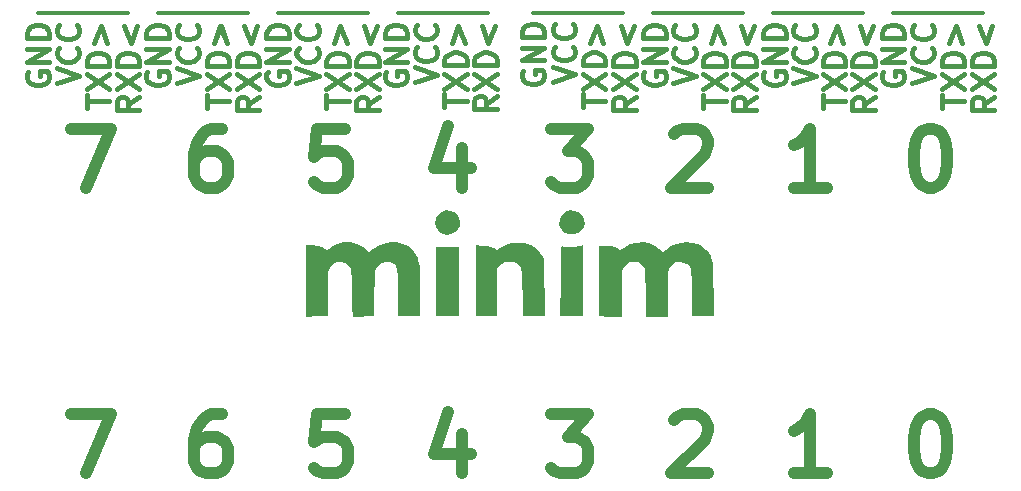
<source format=gto>
G04 #@! TF.GenerationSoftware,KiCad,Pcbnew,6.0.10-86aedd382b~118~ubuntu22.04.1*
G04 #@! TF.CreationDate,2023-01-22T17:09:23-08:00*
G04 #@! TF.ProjectId,ch348_octo_serial_minim_plate,63683334-385f-46f6-9374-6f5f73657269,rev?*
G04 #@! TF.SameCoordinates,Original*
G04 #@! TF.FileFunction,Legend,Top*
G04 #@! TF.FilePolarity,Positive*
%FSLAX46Y46*%
G04 Gerber Fmt 4.6, Leading zero omitted, Abs format (unit mm)*
G04 Created by KiCad (PCBNEW 6.0.10-86aedd382b~118~ubuntu22.04.1) date 2023-01-22 17:09:23*
%MOMM*%
%LPD*%
G01*
G04 APERTURE LIST*
%ADD10C,1.000000*%
%ADD11C,0.400000*%
%ADD12C,0.300000*%
G04 APERTURE END LIST*
D10*
X99000476Y-98311904D02*
X96619523Y-98311904D01*
X96381428Y-100692857D01*
X96619523Y-100454761D01*
X97095714Y-100216666D01*
X98286190Y-100216666D01*
X98762380Y-100454761D01*
X99000476Y-100692857D01*
X99238571Y-101169047D01*
X99238571Y-102359523D01*
X99000476Y-102835714D01*
X98762380Y-103073809D01*
X98286190Y-103311904D01*
X97095714Y-103311904D01*
X96619523Y-103073809D01*
X96381428Y-102835714D01*
X88602380Y-98311904D02*
X87650000Y-98311904D01*
X87173809Y-98550000D01*
X86935714Y-98788095D01*
X86459523Y-99502380D01*
X86221428Y-100454761D01*
X86221428Y-102359523D01*
X86459523Y-102835714D01*
X86697619Y-103073809D01*
X87173809Y-103311904D01*
X88126190Y-103311904D01*
X88602380Y-103073809D01*
X88840476Y-102835714D01*
X89078571Y-102359523D01*
X89078571Y-101169047D01*
X88840476Y-100692857D01*
X88602380Y-100454761D01*
X88126190Y-100216666D01*
X87173809Y-100216666D01*
X86697619Y-100454761D01*
X86459523Y-100692857D01*
X86221428Y-101169047D01*
X126861428Y-98788095D02*
X127099523Y-98550000D01*
X127575714Y-98311904D01*
X128766190Y-98311904D01*
X129242380Y-98550000D01*
X129480476Y-98788095D01*
X129718571Y-99264285D01*
X129718571Y-99740476D01*
X129480476Y-100454761D01*
X126623333Y-103311904D01*
X129718571Y-103311904D01*
X116463333Y-98311904D02*
X119558571Y-98311904D01*
X117891904Y-100216666D01*
X118606190Y-100216666D01*
X119082380Y-100454761D01*
X119320476Y-100692857D01*
X119558571Y-101169047D01*
X119558571Y-102359523D01*
X119320476Y-102835714D01*
X119082380Y-103073809D01*
X118606190Y-103311904D01*
X117177619Y-103311904D01*
X116701428Y-103073809D01*
X116463333Y-102835714D01*
X108922380Y-99978571D02*
X108922380Y-103311904D01*
X107731904Y-98073809D02*
X106541428Y-101645238D01*
X109636666Y-101645238D01*
X75823333Y-98311904D02*
X79156666Y-98311904D01*
X77013809Y-103311904D01*
X148311904Y-98311904D02*
X148788095Y-98311904D01*
X149264285Y-98550000D01*
X149502380Y-98788095D01*
X149740476Y-99264285D01*
X149978571Y-100216666D01*
X149978571Y-101407142D01*
X149740476Y-102359523D01*
X149502380Y-102835714D01*
X149264285Y-103073809D01*
X148788095Y-103311904D01*
X148311904Y-103311904D01*
X147835714Y-103073809D01*
X147597619Y-102835714D01*
X147359523Y-102359523D01*
X147121428Y-101407142D01*
X147121428Y-100216666D01*
X147359523Y-99264285D01*
X147597619Y-98788095D01*
X147835714Y-98550000D01*
X148311904Y-98311904D01*
X139818571Y-103311904D02*
X136961428Y-103311904D01*
X138390000Y-103311904D02*
X138390000Y-98311904D01*
X137913809Y-99026190D01*
X137437619Y-99502380D01*
X136961428Y-99740476D01*
D11*
X144530000Y-69352857D02*
X144439523Y-69533809D01*
X144439523Y-69805238D01*
X144530000Y-70076666D01*
X144710952Y-70257619D01*
X144891904Y-70348095D01*
X145253809Y-70438571D01*
X145525238Y-70438571D01*
X145887142Y-70348095D01*
X146068095Y-70257619D01*
X146249047Y-70076666D01*
X146339523Y-69805238D01*
X146339523Y-69624285D01*
X146249047Y-69352857D01*
X146158571Y-69262380D01*
X145525238Y-69262380D01*
X145525238Y-69624285D01*
X146339523Y-68448095D02*
X144439523Y-68448095D01*
X146339523Y-67362380D01*
X144439523Y-67362380D01*
X146339523Y-66457619D02*
X144439523Y-66457619D01*
X144439523Y-66005238D01*
X144530000Y-65733809D01*
X144710952Y-65552857D01*
X144891904Y-65462380D01*
X145253809Y-65371904D01*
X145525238Y-65371904D01*
X145887142Y-65462380D01*
X146068095Y-65552857D01*
X146249047Y-65733809D01*
X146339523Y-66005238D01*
X146339523Y-66457619D01*
X143849523Y-71433809D02*
X142944761Y-72067142D01*
X143849523Y-72519523D02*
X141949523Y-72519523D01*
X141949523Y-71795714D01*
X142040000Y-71614761D01*
X142130476Y-71524285D01*
X142311428Y-71433809D01*
X142582857Y-71433809D01*
X142763809Y-71524285D01*
X142854285Y-71614761D01*
X142944761Y-71795714D01*
X142944761Y-72519523D01*
X141949523Y-70800476D02*
X143849523Y-69533809D01*
X141949523Y-69533809D02*
X143849523Y-70800476D01*
X143849523Y-68810000D02*
X141949523Y-68810000D01*
X141949523Y-68357619D01*
X142040000Y-68086190D01*
X142220952Y-67905238D01*
X142401904Y-67814761D01*
X142763809Y-67724285D01*
X143035238Y-67724285D01*
X143397142Y-67814761D01*
X143578095Y-67905238D01*
X143759047Y-68086190D01*
X143849523Y-68357619D01*
X143849523Y-68810000D01*
X142582857Y-65462380D02*
X143125714Y-66910000D01*
X143668571Y-65462380D01*
X139449523Y-72338571D02*
X139449523Y-71252857D01*
X141349523Y-71795714D02*
X139449523Y-71795714D01*
X139449523Y-70800476D02*
X141349523Y-69533809D01*
X139449523Y-69533809D02*
X141349523Y-70800476D01*
X141349523Y-68810000D02*
X139449523Y-68810000D01*
X139449523Y-68357619D01*
X139540000Y-68086190D01*
X139720952Y-67905238D01*
X139901904Y-67814761D01*
X140263809Y-67724285D01*
X140535238Y-67724285D01*
X140897142Y-67814761D01*
X141078095Y-67905238D01*
X141259047Y-68086190D01*
X141349523Y-68357619D01*
X141349523Y-68810000D01*
X140082857Y-66910000D02*
X140625714Y-65462380D01*
X141168571Y-66910000D01*
X114060000Y-69252857D02*
X113969523Y-69433809D01*
X113969523Y-69705238D01*
X114060000Y-69976666D01*
X114240952Y-70157619D01*
X114421904Y-70248095D01*
X114783809Y-70338571D01*
X115055238Y-70338571D01*
X115417142Y-70248095D01*
X115598095Y-70157619D01*
X115779047Y-69976666D01*
X115869523Y-69705238D01*
X115869523Y-69524285D01*
X115779047Y-69252857D01*
X115688571Y-69162380D01*
X115055238Y-69162380D01*
X115055238Y-69524285D01*
X115869523Y-68348095D02*
X113969523Y-68348095D01*
X115869523Y-67262380D01*
X113969523Y-67262380D01*
X115869523Y-66357619D02*
X113969523Y-66357619D01*
X113969523Y-65905238D01*
X114060000Y-65633809D01*
X114240952Y-65452857D01*
X114421904Y-65362380D01*
X114783809Y-65271904D01*
X115055238Y-65271904D01*
X115417142Y-65362380D01*
X115598095Y-65452857D01*
X115779047Y-65633809D01*
X115869523Y-65905238D01*
X115869523Y-66357619D01*
X116569523Y-70157619D02*
X118469523Y-69524285D01*
X116569523Y-68890952D01*
X118288571Y-67171904D02*
X118379047Y-67262380D01*
X118469523Y-67533809D01*
X118469523Y-67714761D01*
X118379047Y-67986190D01*
X118198095Y-68167142D01*
X118017142Y-68257619D01*
X117655238Y-68348095D01*
X117383809Y-68348095D01*
X117021904Y-68257619D01*
X116840952Y-68167142D01*
X116660000Y-67986190D01*
X116569523Y-67714761D01*
X116569523Y-67533809D01*
X116660000Y-67262380D01*
X116750476Y-67171904D01*
X118288571Y-65271904D02*
X118379047Y-65362380D01*
X118469523Y-65633809D01*
X118469523Y-65814761D01*
X118379047Y-66086190D01*
X118198095Y-66267142D01*
X118017142Y-66357619D01*
X117655238Y-66448095D01*
X117383809Y-66448095D01*
X117021904Y-66357619D01*
X116840952Y-66267142D01*
X116660000Y-66086190D01*
X116569523Y-65814761D01*
X116569523Y-65633809D01*
X116660000Y-65362380D01*
X116750476Y-65271904D01*
X119119523Y-72288571D02*
X119119523Y-71202857D01*
X121019523Y-71745714D02*
X119119523Y-71745714D01*
X119119523Y-70750476D02*
X121019523Y-69483809D01*
X119119523Y-69483809D02*
X121019523Y-70750476D01*
X121019523Y-68760000D02*
X119119523Y-68760000D01*
X119119523Y-68307619D01*
X119210000Y-68036190D01*
X119390952Y-67855238D01*
X119571904Y-67764761D01*
X119933809Y-67674285D01*
X120205238Y-67674285D01*
X120567142Y-67764761D01*
X120748095Y-67855238D01*
X120929047Y-68036190D01*
X121019523Y-68307619D01*
X121019523Y-68760000D01*
X119752857Y-66860000D02*
X120295714Y-65412380D01*
X120838571Y-66860000D01*
X111839523Y-71383809D02*
X110934761Y-72017142D01*
X111839523Y-72469523D02*
X109939523Y-72469523D01*
X109939523Y-71745714D01*
X110030000Y-71564761D01*
X110120476Y-71474285D01*
X110301428Y-71383809D01*
X110572857Y-71383809D01*
X110753809Y-71474285D01*
X110844285Y-71564761D01*
X110934761Y-71745714D01*
X110934761Y-72469523D01*
X109939523Y-70750476D02*
X111839523Y-69483809D01*
X109939523Y-69483809D02*
X111839523Y-70750476D01*
X111839523Y-68760000D02*
X109939523Y-68760000D01*
X109939523Y-68307619D01*
X110030000Y-68036190D01*
X110210952Y-67855238D01*
X110391904Y-67764761D01*
X110753809Y-67674285D01*
X111025238Y-67674285D01*
X111387142Y-67764761D01*
X111568095Y-67855238D01*
X111749047Y-68036190D01*
X111839523Y-68307619D01*
X111839523Y-68760000D01*
X110572857Y-65412380D02*
X111115714Y-66860000D01*
X111658571Y-65412380D01*
X107399523Y-72288571D02*
X107399523Y-71202857D01*
X109299523Y-71745714D02*
X107399523Y-71745714D01*
X107399523Y-70750476D02*
X109299523Y-69483809D01*
X107399523Y-69483809D02*
X109299523Y-70750476D01*
X109299523Y-68760000D02*
X107399523Y-68760000D01*
X107399523Y-68307619D01*
X107490000Y-68036190D01*
X107670952Y-67855238D01*
X107851904Y-67764761D01*
X108213809Y-67674285D01*
X108485238Y-67674285D01*
X108847142Y-67764761D01*
X109028095Y-67855238D01*
X109209047Y-68036190D01*
X109299523Y-68307619D01*
X109299523Y-68760000D01*
X108032857Y-66860000D02*
X108575714Y-65412380D01*
X109118571Y-66860000D01*
X104872023Y-70207619D02*
X106772023Y-69574285D01*
X104872023Y-68940952D01*
X106591071Y-67221904D02*
X106681547Y-67312380D01*
X106772023Y-67583809D01*
X106772023Y-67764761D01*
X106681547Y-68036190D01*
X106500595Y-68217142D01*
X106319642Y-68307619D01*
X105957738Y-68398095D01*
X105686309Y-68398095D01*
X105324404Y-68307619D01*
X105143452Y-68217142D01*
X104962500Y-68036190D01*
X104872023Y-67764761D01*
X104872023Y-67583809D01*
X104962500Y-67312380D01*
X105052976Y-67221904D01*
X106591071Y-65321904D02*
X106681547Y-65412380D01*
X106772023Y-65683809D01*
X106772023Y-65864761D01*
X106681547Y-66136190D01*
X106500595Y-66317142D01*
X106319642Y-66407619D01*
X105957738Y-66498095D01*
X105686309Y-66498095D01*
X105324404Y-66407619D01*
X105143452Y-66317142D01*
X104962500Y-66136190D01*
X104872023Y-65864761D01*
X104872023Y-65683809D01*
X104962500Y-65412380D01*
X105052976Y-65321904D01*
X82260000Y-69352857D02*
X82169523Y-69533809D01*
X82169523Y-69805238D01*
X82260000Y-70076666D01*
X82440952Y-70257619D01*
X82621904Y-70348095D01*
X82983809Y-70438571D01*
X83255238Y-70438571D01*
X83617142Y-70348095D01*
X83798095Y-70257619D01*
X83979047Y-70076666D01*
X84069523Y-69805238D01*
X84069523Y-69624285D01*
X83979047Y-69352857D01*
X83888571Y-69262380D01*
X83255238Y-69262380D01*
X83255238Y-69624285D01*
X84069523Y-68448095D02*
X82169523Y-68448095D01*
X84069523Y-67362380D01*
X82169523Y-67362380D01*
X84069523Y-66457619D02*
X82169523Y-66457619D01*
X82169523Y-66005238D01*
X82260000Y-65733809D01*
X82440952Y-65552857D01*
X82621904Y-65462380D01*
X82983809Y-65371904D01*
X83255238Y-65371904D01*
X83617142Y-65462380D01*
X83798095Y-65552857D01*
X83979047Y-65733809D01*
X84069523Y-66005238D01*
X84069523Y-66457619D01*
X84719523Y-70257619D02*
X86619523Y-69624285D01*
X84719523Y-68990952D01*
X86438571Y-67271904D02*
X86529047Y-67362380D01*
X86619523Y-67633809D01*
X86619523Y-67814761D01*
X86529047Y-68086190D01*
X86348095Y-68267142D01*
X86167142Y-68357619D01*
X85805238Y-68448095D01*
X85533809Y-68448095D01*
X85171904Y-68357619D01*
X84990952Y-68267142D01*
X84810000Y-68086190D01*
X84719523Y-67814761D01*
X84719523Y-67633809D01*
X84810000Y-67362380D01*
X84900476Y-67271904D01*
X86438571Y-65371904D02*
X86529047Y-65462380D01*
X86619523Y-65733809D01*
X86619523Y-65914761D01*
X86529047Y-66186190D01*
X86348095Y-66367142D01*
X86167142Y-66457619D01*
X85805238Y-66548095D01*
X85533809Y-66548095D01*
X85171904Y-66457619D01*
X84990952Y-66367142D01*
X84810000Y-66186190D01*
X84719523Y-65914761D01*
X84719523Y-65733809D01*
X84810000Y-65462380D01*
X84900476Y-65371904D01*
X87259523Y-72338571D02*
X87259523Y-71252857D01*
X89159523Y-71795714D02*
X87259523Y-71795714D01*
X87259523Y-70800476D02*
X89159523Y-69533809D01*
X87259523Y-69533809D02*
X89159523Y-70800476D01*
X89159523Y-68810000D02*
X87259523Y-68810000D01*
X87259523Y-68357619D01*
X87350000Y-68086190D01*
X87530952Y-67905238D01*
X87711904Y-67814761D01*
X88073809Y-67724285D01*
X88345238Y-67724285D01*
X88707142Y-67814761D01*
X88888095Y-67905238D01*
X89069047Y-68086190D01*
X89159523Y-68357619D01*
X89159523Y-68810000D01*
X87892857Y-66910000D02*
X88435714Y-65462380D01*
X88978571Y-66910000D01*
X81549523Y-71433809D02*
X80644761Y-72067142D01*
X81549523Y-72519523D02*
X79649523Y-72519523D01*
X79649523Y-71795714D01*
X79740000Y-71614761D01*
X79830476Y-71524285D01*
X80011428Y-71433809D01*
X80282857Y-71433809D01*
X80463809Y-71524285D01*
X80554285Y-71614761D01*
X80644761Y-71795714D01*
X80644761Y-72519523D01*
X79649523Y-70800476D02*
X81549523Y-69533809D01*
X79649523Y-69533809D02*
X81549523Y-70800476D01*
X81549523Y-68810000D02*
X79649523Y-68810000D01*
X79649523Y-68357619D01*
X79740000Y-68086190D01*
X79920952Y-67905238D01*
X80101904Y-67814761D01*
X80463809Y-67724285D01*
X80735238Y-67724285D01*
X81097142Y-67814761D01*
X81278095Y-67905238D01*
X81459047Y-68086190D01*
X81549523Y-68357619D01*
X81549523Y-68810000D01*
X80282857Y-65462380D02*
X80825714Y-66910000D01*
X81368571Y-65462380D01*
D12*
X135202500Y-64350000D02*
X142822500Y-64350000D01*
X93292500Y-64350000D02*
X100912500Y-64350000D01*
X103452500Y-64350000D02*
X111072500Y-64350000D01*
X72972500Y-64350000D02*
X80592500Y-64350000D01*
X145362500Y-64350000D02*
X152982500Y-64350000D01*
X83132500Y-64350000D02*
X90752500Y-64350000D01*
X114882500Y-64350000D02*
X122502500Y-64350000D01*
X125042500Y-64350000D02*
X132662500Y-64350000D01*
D10*
X139818571Y-79111904D02*
X136961428Y-79111904D01*
X138390000Y-79111904D02*
X138390000Y-74111904D01*
X137913809Y-74826190D01*
X137437619Y-75302380D01*
X136961428Y-75540476D01*
X148311904Y-74111904D02*
X148788095Y-74111904D01*
X149264285Y-74350000D01*
X149502380Y-74588095D01*
X149740476Y-75064285D01*
X149978571Y-76016666D01*
X149978571Y-77207142D01*
X149740476Y-78159523D01*
X149502380Y-78635714D01*
X149264285Y-78873809D01*
X148788095Y-79111904D01*
X148311904Y-79111904D01*
X147835714Y-78873809D01*
X147597619Y-78635714D01*
X147359523Y-78159523D01*
X147121428Y-77207142D01*
X147121428Y-76016666D01*
X147359523Y-75064285D01*
X147597619Y-74588095D01*
X147835714Y-74350000D01*
X148311904Y-74111904D01*
X75823333Y-74111904D02*
X79156666Y-74111904D01*
X77013809Y-79111904D01*
X108922380Y-75778571D02*
X108922380Y-79111904D01*
X107731904Y-73873809D02*
X106541428Y-77445238D01*
X109636666Y-77445238D01*
X116463333Y-74111904D02*
X119558571Y-74111904D01*
X117891904Y-76016666D01*
X118606190Y-76016666D01*
X119082380Y-76254761D01*
X119320476Y-76492857D01*
X119558571Y-76969047D01*
X119558571Y-78159523D01*
X119320476Y-78635714D01*
X119082380Y-78873809D01*
X118606190Y-79111904D01*
X117177619Y-79111904D01*
X116701428Y-78873809D01*
X116463333Y-78635714D01*
X126861428Y-74588095D02*
X127099523Y-74350000D01*
X127575714Y-74111904D01*
X128766190Y-74111904D01*
X129242380Y-74350000D01*
X129480476Y-74588095D01*
X129718571Y-75064285D01*
X129718571Y-75540476D01*
X129480476Y-76254761D01*
X126623333Y-79111904D01*
X129718571Y-79111904D01*
X88602380Y-74111904D02*
X87650000Y-74111904D01*
X87173809Y-74350000D01*
X86935714Y-74588095D01*
X86459523Y-75302380D01*
X86221428Y-76254761D01*
X86221428Y-78159523D01*
X86459523Y-78635714D01*
X86697619Y-78873809D01*
X87173809Y-79111904D01*
X88126190Y-79111904D01*
X88602380Y-78873809D01*
X88840476Y-78635714D01*
X89078571Y-78159523D01*
X89078571Y-76969047D01*
X88840476Y-76492857D01*
X88602380Y-76254761D01*
X88126190Y-76016666D01*
X87173809Y-76016666D01*
X86697619Y-76254761D01*
X86459523Y-76492857D01*
X86221428Y-76969047D01*
X99000476Y-74111904D02*
X96619523Y-74111904D01*
X96381428Y-76492857D01*
X96619523Y-76254761D01*
X97095714Y-76016666D01*
X98286190Y-76016666D01*
X98762380Y-76254761D01*
X99000476Y-76492857D01*
X99238571Y-76969047D01*
X99238571Y-78159523D01*
X99000476Y-78635714D01*
X98762380Y-78873809D01*
X98286190Y-79111904D01*
X97095714Y-79111904D01*
X96619523Y-78873809D01*
X96381428Y-78635714D01*
D11*
X97410773Y-72338571D02*
X97410773Y-71252857D01*
X99310773Y-71795714D02*
X97410773Y-71795714D01*
X97410773Y-70800476D02*
X99310773Y-69533809D01*
X97410773Y-69533809D02*
X99310773Y-70800476D01*
X99310773Y-68810000D02*
X97410773Y-68810000D01*
X97410773Y-68357619D01*
X97501250Y-68086190D01*
X97682202Y-67905238D01*
X97863154Y-67814761D01*
X98225059Y-67724285D01*
X98496488Y-67724285D01*
X98858392Y-67814761D01*
X99039345Y-67905238D01*
X99220297Y-68086190D01*
X99310773Y-68357619D01*
X99310773Y-68810000D01*
X98044107Y-66910000D02*
X98586964Y-65462380D01*
X99129821Y-66910000D01*
X136939523Y-70257619D02*
X138839523Y-69624285D01*
X136939523Y-68990952D01*
X138658571Y-67271904D02*
X138749047Y-67362380D01*
X138839523Y-67633809D01*
X138839523Y-67814761D01*
X138749047Y-68086190D01*
X138568095Y-68267142D01*
X138387142Y-68357619D01*
X138025238Y-68448095D01*
X137753809Y-68448095D01*
X137391904Y-68357619D01*
X137210952Y-68267142D01*
X137030000Y-68086190D01*
X136939523Y-67814761D01*
X136939523Y-67633809D01*
X137030000Y-67362380D01*
X137120476Y-67271904D01*
X138658571Y-65371904D02*
X138749047Y-65462380D01*
X138839523Y-65733809D01*
X138839523Y-65914761D01*
X138749047Y-66186190D01*
X138568095Y-66367142D01*
X138387142Y-66457619D01*
X138025238Y-66548095D01*
X137753809Y-66548095D01*
X137391904Y-66457619D01*
X137210952Y-66367142D01*
X137030000Y-66186190D01*
X136939523Y-65914761D01*
X136939523Y-65733809D01*
X137030000Y-65462380D01*
X137120476Y-65371904D01*
X77110773Y-72338571D02*
X77110773Y-71252857D01*
X79010773Y-71795714D02*
X77110773Y-71795714D01*
X77110773Y-70800476D02*
X79010773Y-69533809D01*
X77110773Y-69533809D02*
X79010773Y-70800476D01*
X79010773Y-68810000D02*
X77110773Y-68810000D01*
X77110773Y-68357619D01*
X77201250Y-68086190D01*
X77382202Y-67905238D01*
X77563154Y-67814761D01*
X77925059Y-67724285D01*
X78196488Y-67724285D01*
X78558392Y-67814761D01*
X78739345Y-67905238D01*
X78920297Y-68086190D01*
X79010773Y-68357619D01*
X79010773Y-68810000D01*
X77744107Y-66910000D02*
X78286964Y-65462380D01*
X78829821Y-66910000D01*
X124330000Y-69352857D02*
X124239523Y-69533809D01*
X124239523Y-69805238D01*
X124330000Y-70076666D01*
X124510952Y-70257619D01*
X124691904Y-70348095D01*
X125053809Y-70438571D01*
X125325238Y-70438571D01*
X125687142Y-70348095D01*
X125868095Y-70257619D01*
X126049047Y-70076666D01*
X126139523Y-69805238D01*
X126139523Y-69624285D01*
X126049047Y-69352857D01*
X125958571Y-69262380D01*
X125325238Y-69262380D01*
X125325238Y-69624285D01*
X126139523Y-68448095D02*
X124239523Y-68448095D01*
X126139523Y-67362380D01*
X124239523Y-67362380D01*
X126139523Y-66457619D02*
X124239523Y-66457619D01*
X124239523Y-66005238D01*
X124330000Y-65733809D01*
X124510952Y-65552857D01*
X124691904Y-65462380D01*
X125053809Y-65371904D01*
X125325238Y-65371904D01*
X125687142Y-65462380D01*
X125868095Y-65552857D01*
X126049047Y-65733809D01*
X126139523Y-66005238D01*
X126139523Y-66457619D01*
X72121250Y-69352857D02*
X72030773Y-69533809D01*
X72030773Y-69805238D01*
X72121250Y-70076666D01*
X72302202Y-70257619D01*
X72483154Y-70348095D01*
X72845059Y-70438571D01*
X73116488Y-70438571D01*
X73478392Y-70348095D01*
X73659345Y-70257619D01*
X73840297Y-70076666D01*
X73930773Y-69805238D01*
X73930773Y-69624285D01*
X73840297Y-69352857D01*
X73749821Y-69262380D01*
X73116488Y-69262380D01*
X73116488Y-69624285D01*
X73930773Y-68448095D02*
X72030773Y-68448095D01*
X73930773Y-67362380D01*
X72030773Y-67362380D01*
X73930773Y-66457619D02*
X72030773Y-66457619D01*
X72030773Y-66005238D01*
X72121250Y-65733809D01*
X72302202Y-65552857D01*
X72483154Y-65462380D01*
X72845059Y-65371904D01*
X73116488Y-65371904D01*
X73478392Y-65462380D01*
X73659345Y-65552857D01*
X73840297Y-65733809D01*
X73930773Y-66005238D01*
X73930773Y-66457619D01*
X94870773Y-70257619D02*
X96770773Y-69624285D01*
X94870773Y-68990952D01*
X96589821Y-67271904D02*
X96680297Y-67362380D01*
X96770773Y-67633809D01*
X96770773Y-67814761D01*
X96680297Y-68086190D01*
X96499345Y-68267142D01*
X96318392Y-68357619D01*
X95956488Y-68448095D01*
X95685059Y-68448095D01*
X95323154Y-68357619D01*
X95142202Y-68267142D01*
X94961250Y-68086190D01*
X94870773Y-67814761D01*
X94870773Y-67633809D01*
X94961250Y-67362380D01*
X95051726Y-67271904D01*
X96589821Y-65371904D02*
X96680297Y-65462380D01*
X96770773Y-65733809D01*
X96770773Y-65914761D01*
X96680297Y-66186190D01*
X96499345Y-66367142D01*
X96318392Y-66457619D01*
X95956488Y-66548095D01*
X95685059Y-66548095D01*
X95323154Y-66457619D01*
X95142202Y-66367142D01*
X94961250Y-66186190D01*
X94870773Y-65914761D01*
X94870773Y-65733809D01*
X94961250Y-65462380D01*
X95051726Y-65371904D01*
X74570773Y-70257619D02*
X76470773Y-69624285D01*
X74570773Y-68990952D01*
X76289821Y-67271904D02*
X76380297Y-67362380D01*
X76470773Y-67633809D01*
X76470773Y-67814761D01*
X76380297Y-68086190D01*
X76199345Y-68267142D01*
X76018392Y-68357619D01*
X75656488Y-68448095D01*
X75385059Y-68448095D01*
X75023154Y-68357619D01*
X74842202Y-68267142D01*
X74661250Y-68086190D01*
X74570773Y-67814761D01*
X74570773Y-67633809D01*
X74661250Y-67362380D01*
X74751726Y-67271904D01*
X76289821Y-65371904D02*
X76380297Y-65462380D01*
X76470773Y-65733809D01*
X76470773Y-65914761D01*
X76380297Y-66186190D01*
X76199345Y-66367142D01*
X76018392Y-66457619D01*
X75656488Y-66548095D01*
X75385059Y-66548095D01*
X75023154Y-66457619D01*
X74842202Y-66367142D01*
X74661250Y-66186190D01*
X74570773Y-65914761D01*
X74570773Y-65733809D01*
X74661250Y-65462380D01*
X74751726Y-65371904D01*
X134490000Y-69352857D02*
X134399523Y-69533809D01*
X134399523Y-69805238D01*
X134490000Y-70076666D01*
X134670952Y-70257619D01*
X134851904Y-70348095D01*
X135213809Y-70438571D01*
X135485238Y-70438571D01*
X135847142Y-70348095D01*
X136028095Y-70257619D01*
X136209047Y-70076666D01*
X136299523Y-69805238D01*
X136299523Y-69624285D01*
X136209047Y-69352857D01*
X136118571Y-69262380D01*
X135485238Y-69262380D01*
X135485238Y-69624285D01*
X136299523Y-68448095D02*
X134399523Y-68448095D01*
X136299523Y-67362380D01*
X134399523Y-67362380D01*
X136299523Y-66457619D02*
X134399523Y-66457619D01*
X134399523Y-66005238D01*
X134490000Y-65733809D01*
X134670952Y-65552857D01*
X134851904Y-65462380D01*
X135213809Y-65371904D01*
X135485238Y-65371904D01*
X135847142Y-65462380D01*
X136028095Y-65552857D01*
X136209047Y-65733809D01*
X136299523Y-66005238D01*
X136299523Y-66457619D01*
X149519523Y-72338571D02*
X149519523Y-71252857D01*
X151419523Y-71795714D02*
X149519523Y-71795714D01*
X149519523Y-70800476D02*
X151419523Y-69533809D01*
X149519523Y-69533809D02*
X151419523Y-70800476D01*
X151419523Y-68810000D02*
X149519523Y-68810000D01*
X149519523Y-68357619D01*
X149610000Y-68086190D01*
X149790952Y-67905238D01*
X149971904Y-67814761D01*
X150333809Y-67724285D01*
X150605238Y-67724285D01*
X150967142Y-67814761D01*
X151148095Y-67905238D01*
X151329047Y-68086190D01*
X151419523Y-68357619D01*
X151419523Y-68810000D01*
X150152857Y-66910000D02*
X150695714Y-65462380D01*
X151238571Y-66910000D01*
X153959523Y-71433809D02*
X153054761Y-72067142D01*
X153959523Y-72519523D02*
X152059523Y-72519523D01*
X152059523Y-71795714D01*
X152150000Y-71614761D01*
X152240476Y-71524285D01*
X152421428Y-71433809D01*
X152692857Y-71433809D01*
X152873809Y-71524285D01*
X152964285Y-71614761D01*
X153054761Y-71795714D01*
X153054761Y-72519523D01*
X152059523Y-70800476D02*
X153959523Y-69533809D01*
X152059523Y-69533809D02*
X153959523Y-70800476D01*
X153959523Y-68810000D02*
X152059523Y-68810000D01*
X152059523Y-68357619D01*
X152150000Y-68086190D01*
X152330952Y-67905238D01*
X152511904Y-67814761D01*
X152873809Y-67724285D01*
X153145238Y-67724285D01*
X153507142Y-67814761D01*
X153688095Y-67905238D01*
X153869047Y-68086190D01*
X153959523Y-68357619D01*
X153959523Y-68810000D01*
X152692857Y-65462380D02*
X153235714Y-66910000D01*
X153778571Y-65462380D01*
X101850773Y-71433809D02*
X100946011Y-72067142D01*
X101850773Y-72519523D02*
X99950773Y-72519523D01*
X99950773Y-71795714D01*
X100041250Y-71614761D01*
X100131726Y-71524285D01*
X100312678Y-71433809D01*
X100584107Y-71433809D01*
X100765059Y-71524285D01*
X100855535Y-71614761D01*
X100946011Y-71795714D01*
X100946011Y-72519523D01*
X99950773Y-70800476D02*
X101850773Y-69533809D01*
X99950773Y-69533809D02*
X101850773Y-70800476D01*
X101850773Y-68810000D02*
X99950773Y-68810000D01*
X99950773Y-68357619D01*
X100041250Y-68086190D01*
X100222202Y-67905238D01*
X100403154Y-67814761D01*
X100765059Y-67724285D01*
X101036488Y-67724285D01*
X101398392Y-67814761D01*
X101579345Y-67905238D01*
X101760297Y-68086190D01*
X101850773Y-68357619D01*
X101850773Y-68810000D01*
X100584107Y-65462380D02*
X101126964Y-66910000D01*
X101669821Y-65462380D01*
X91710773Y-71433809D02*
X90806011Y-72067142D01*
X91710773Y-72519523D02*
X89810773Y-72519523D01*
X89810773Y-71795714D01*
X89901250Y-71614761D01*
X89991726Y-71524285D01*
X90172678Y-71433809D01*
X90444107Y-71433809D01*
X90625059Y-71524285D01*
X90715535Y-71614761D01*
X90806011Y-71795714D01*
X90806011Y-72519523D01*
X89810773Y-70800476D02*
X91710773Y-69533809D01*
X89810773Y-69533809D02*
X91710773Y-70800476D01*
X91710773Y-68810000D02*
X89810773Y-68810000D01*
X89810773Y-68357619D01*
X89901250Y-68086190D01*
X90082202Y-67905238D01*
X90263154Y-67814761D01*
X90625059Y-67724285D01*
X90896488Y-67724285D01*
X91258392Y-67814761D01*
X91439345Y-67905238D01*
X91620297Y-68086190D01*
X91710773Y-68357619D01*
X91710773Y-68810000D01*
X90444107Y-65462380D02*
X90986964Y-66910000D01*
X91529821Y-65462380D01*
X126779523Y-70257619D02*
X128679523Y-69624285D01*
X126779523Y-68990952D01*
X128498571Y-67271904D02*
X128589047Y-67362380D01*
X128679523Y-67633809D01*
X128679523Y-67814761D01*
X128589047Y-68086190D01*
X128408095Y-68267142D01*
X128227142Y-68357619D01*
X127865238Y-68448095D01*
X127593809Y-68448095D01*
X127231904Y-68357619D01*
X127050952Y-68267142D01*
X126870000Y-68086190D01*
X126779523Y-67814761D01*
X126779523Y-67633809D01*
X126870000Y-67362380D01*
X126960476Y-67271904D01*
X128498571Y-65371904D02*
X128589047Y-65462380D01*
X128679523Y-65733809D01*
X128679523Y-65914761D01*
X128589047Y-66186190D01*
X128408095Y-66367142D01*
X128227142Y-66457619D01*
X127865238Y-66548095D01*
X127593809Y-66548095D01*
X127231904Y-66457619D01*
X127050952Y-66367142D01*
X126870000Y-66186190D01*
X126779523Y-65914761D01*
X126779523Y-65733809D01*
X126870000Y-65462380D01*
X126960476Y-65371904D01*
X133759523Y-71433809D02*
X132854761Y-72067142D01*
X133759523Y-72519523D02*
X131859523Y-72519523D01*
X131859523Y-71795714D01*
X131950000Y-71614761D01*
X132040476Y-71524285D01*
X132221428Y-71433809D01*
X132492857Y-71433809D01*
X132673809Y-71524285D01*
X132764285Y-71614761D01*
X132854761Y-71795714D01*
X132854761Y-72519523D01*
X131859523Y-70800476D02*
X133759523Y-69533809D01*
X131859523Y-69533809D02*
X133759523Y-70800476D01*
X133759523Y-68810000D02*
X131859523Y-68810000D01*
X131859523Y-68357619D01*
X131950000Y-68086190D01*
X132130952Y-67905238D01*
X132311904Y-67814761D01*
X132673809Y-67724285D01*
X132945238Y-67724285D01*
X133307142Y-67814761D01*
X133488095Y-67905238D01*
X133669047Y-68086190D01*
X133759523Y-68357619D01*
X133759523Y-68810000D01*
X132492857Y-65462380D02*
X133035714Y-66910000D01*
X133578571Y-65462380D01*
X102422500Y-69352857D02*
X102332023Y-69533809D01*
X102332023Y-69805238D01*
X102422500Y-70076666D01*
X102603452Y-70257619D01*
X102784404Y-70348095D01*
X103146309Y-70438571D01*
X103417738Y-70438571D01*
X103779642Y-70348095D01*
X103960595Y-70257619D01*
X104141547Y-70076666D01*
X104232023Y-69805238D01*
X104232023Y-69624285D01*
X104141547Y-69352857D01*
X104051071Y-69262380D01*
X103417738Y-69262380D01*
X103417738Y-69624285D01*
X104232023Y-68448095D02*
X102332023Y-68448095D01*
X104232023Y-67362380D01*
X102332023Y-67362380D01*
X104232023Y-66457619D02*
X102332023Y-66457619D01*
X102332023Y-66005238D01*
X102422500Y-65733809D01*
X102603452Y-65552857D01*
X102784404Y-65462380D01*
X103146309Y-65371904D01*
X103417738Y-65371904D01*
X103779642Y-65462380D01*
X103960595Y-65552857D01*
X104141547Y-65733809D01*
X104232023Y-66005238D01*
X104232023Y-66457619D01*
X123599523Y-71433809D02*
X122694761Y-72067142D01*
X123599523Y-72519523D02*
X121699523Y-72519523D01*
X121699523Y-71795714D01*
X121790000Y-71614761D01*
X121880476Y-71524285D01*
X122061428Y-71433809D01*
X122332857Y-71433809D01*
X122513809Y-71524285D01*
X122604285Y-71614761D01*
X122694761Y-71795714D01*
X122694761Y-72519523D01*
X121699523Y-70800476D02*
X123599523Y-69533809D01*
X121699523Y-69533809D02*
X123599523Y-70800476D01*
X123599523Y-68810000D02*
X121699523Y-68810000D01*
X121699523Y-68357619D01*
X121790000Y-68086190D01*
X121970952Y-67905238D01*
X122151904Y-67814761D01*
X122513809Y-67724285D01*
X122785238Y-67724285D01*
X123147142Y-67814761D01*
X123328095Y-67905238D01*
X123509047Y-68086190D01*
X123599523Y-68357619D01*
X123599523Y-68810000D01*
X122332857Y-65462380D02*
X122875714Y-66910000D01*
X123418571Y-65462380D01*
X87270773Y-72338571D02*
X87270773Y-71252857D01*
X89170773Y-71795714D02*
X87270773Y-71795714D01*
X87270773Y-70800476D02*
X89170773Y-69533809D01*
X87270773Y-69533809D02*
X89170773Y-70800476D01*
X89170773Y-68810000D02*
X87270773Y-68810000D01*
X87270773Y-68357619D01*
X87361250Y-68086190D01*
X87542202Y-67905238D01*
X87723154Y-67814761D01*
X88085059Y-67724285D01*
X88356488Y-67724285D01*
X88718392Y-67814761D01*
X88899345Y-67905238D01*
X89080297Y-68086190D01*
X89170773Y-68357619D01*
X89170773Y-68810000D01*
X87904107Y-66910000D02*
X88446964Y-65462380D01*
X88989821Y-66910000D01*
X129319523Y-72338571D02*
X129319523Y-71252857D01*
X131219523Y-71795714D02*
X129319523Y-71795714D01*
X129319523Y-70800476D02*
X131219523Y-69533809D01*
X129319523Y-69533809D02*
X131219523Y-70800476D01*
X131219523Y-68810000D02*
X129319523Y-68810000D01*
X129319523Y-68357619D01*
X129410000Y-68086190D01*
X129590952Y-67905238D01*
X129771904Y-67814761D01*
X130133809Y-67724285D01*
X130405238Y-67724285D01*
X130767142Y-67814761D01*
X130948095Y-67905238D01*
X131129047Y-68086190D01*
X131219523Y-68357619D01*
X131219523Y-68810000D01*
X129952857Y-66910000D02*
X130495714Y-65462380D01*
X131038571Y-66910000D01*
X92421250Y-69352857D02*
X92330773Y-69533809D01*
X92330773Y-69805238D01*
X92421250Y-70076666D01*
X92602202Y-70257619D01*
X92783154Y-70348095D01*
X93145059Y-70438571D01*
X93416488Y-70438571D01*
X93778392Y-70348095D01*
X93959345Y-70257619D01*
X94140297Y-70076666D01*
X94230773Y-69805238D01*
X94230773Y-69624285D01*
X94140297Y-69352857D01*
X94049821Y-69262380D01*
X93416488Y-69262380D01*
X93416488Y-69624285D01*
X94230773Y-68448095D02*
X92330773Y-68448095D01*
X94230773Y-67362380D01*
X92330773Y-67362380D01*
X94230773Y-66457619D02*
X92330773Y-66457619D01*
X92330773Y-66005238D01*
X92421250Y-65733809D01*
X92602202Y-65552857D01*
X92783154Y-65462380D01*
X93145059Y-65371904D01*
X93416488Y-65371904D01*
X93778392Y-65462380D01*
X93959345Y-65552857D01*
X94140297Y-65733809D01*
X94230773Y-66005238D01*
X94230773Y-66457619D01*
X146979523Y-70257619D02*
X148879523Y-69624285D01*
X146979523Y-68990952D01*
X148698571Y-67271904D02*
X148789047Y-67362380D01*
X148879523Y-67633809D01*
X148879523Y-67814761D01*
X148789047Y-68086190D01*
X148608095Y-68267142D01*
X148427142Y-68357619D01*
X148065238Y-68448095D01*
X147793809Y-68448095D01*
X147431904Y-68357619D01*
X147250952Y-68267142D01*
X147070000Y-68086190D01*
X146979523Y-67814761D01*
X146979523Y-67633809D01*
X147070000Y-67362380D01*
X147160476Y-67271904D01*
X148698571Y-65371904D02*
X148789047Y-65462380D01*
X148879523Y-65733809D01*
X148879523Y-65914761D01*
X148789047Y-66186190D01*
X148608095Y-66367142D01*
X148427142Y-66457619D01*
X148065238Y-66548095D01*
X147793809Y-66548095D01*
X147431904Y-66457619D01*
X147250952Y-66367142D01*
X147070000Y-66186190D01*
X146979523Y-65914761D01*
X146979523Y-65733809D01*
X147070000Y-65462380D01*
X147160476Y-65371904D01*
G04 #@! TO.C,G\u002A\u002A\u002A*
G36*
X99963055Y-83876025D02*
G01*
X100479527Y-84138443D01*
X100840112Y-84420873D01*
X101030950Y-84596013D01*
X101372235Y-84347418D01*
X101795246Y-84067586D01*
X102175039Y-83884351D01*
X102552977Y-83780381D01*
X102801803Y-83748348D01*
X103375847Y-83756266D01*
X103904280Y-83872925D01*
X104368186Y-84089441D01*
X104748646Y-84396931D01*
X105026744Y-84786512D01*
X105031226Y-84795264D01*
X105121376Y-84996042D01*
X105194331Y-85218707D01*
X105251768Y-85479900D01*
X105295366Y-85796267D01*
X105326803Y-86184449D01*
X105347759Y-86661091D01*
X105359910Y-87242836D01*
X105364936Y-87946326D01*
X105365239Y-88107402D01*
X105367430Y-89969832D01*
X103451787Y-89969832D01*
X103451787Y-88015191D01*
X103450601Y-87387202D01*
X103445221Y-86885124D01*
X103432919Y-86492978D01*
X103410965Y-86194782D01*
X103376629Y-85974557D01*
X103327181Y-85816322D01*
X103259891Y-85704097D01*
X103172030Y-85621901D01*
X103060868Y-85553754D01*
X103028411Y-85536675D01*
X102761011Y-85454212D01*
X102442749Y-85434122D01*
X102139203Y-85475888D01*
X101964669Y-85545091D01*
X101836659Y-85626460D01*
X101734507Y-85713726D01*
X101654942Y-85823330D01*
X101594690Y-85971711D01*
X101550479Y-86175309D01*
X101519036Y-86450565D01*
X101497089Y-86813917D01*
X101481366Y-87281806D01*
X101468593Y-87870671D01*
X101465195Y-88054189D01*
X101429720Y-90005307D01*
X99642528Y-90044857D01*
X99596040Y-89180283D01*
X99578538Y-88774059D01*
X99564047Y-88284007D01*
X99553947Y-87768191D01*
X99549619Y-87284674D01*
X99549553Y-87224850D01*
X99543656Y-86709886D01*
X99525373Y-86324160D01*
X99493810Y-86055478D01*
X99452808Y-85902447D01*
X99274469Y-85637757D01*
X99019726Y-85467862D01*
X98717818Y-85392819D01*
X98397983Y-85412688D01*
X98089461Y-85527527D01*
X97821490Y-85737393D01*
X97698480Y-85898947D01*
X97647553Y-85984059D01*
X97607898Y-86067941D01*
X97578103Y-86168653D01*
X97556761Y-86304255D01*
X97542460Y-86492806D01*
X97533792Y-86752365D01*
X97529346Y-87100991D01*
X97527714Y-87556744D01*
X97527486Y-88089664D01*
X97527486Y-90005307D01*
X96587402Y-90025104D01*
X95647318Y-90044900D01*
X95647318Y-84010055D01*
X96217195Y-84010055D01*
X96710786Y-84041073D01*
X97076931Y-84134159D01*
X97315812Y-84289361D01*
X97335393Y-84311509D01*
X97399454Y-84364404D01*
X97483999Y-84359522D01*
X97622906Y-84287069D01*
X97784279Y-84181730D01*
X98318555Y-83899857D01*
X98868894Y-83755662D01*
X99421619Y-83748075D01*
X99963055Y-83876025D01*
G37*
G36*
X124735094Y-83843740D02*
G01*
X125232278Y-84070421D01*
X125581765Y-84332046D01*
X125877334Y-84599075D01*
X126176153Y-84371937D01*
X126607299Y-84078705D01*
X127006993Y-83889962D01*
X127418979Y-83789857D01*
X127858491Y-83762421D01*
X128405170Y-83795448D01*
X128852835Y-83899913D01*
X129230453Y-84085969D01*
X129563019Y-84359781D01*
X129712395Y-84514178D01*
X129834234Y-84659853D01*
X129931556Y-84812993D01*
X130007380Y-84989781D01*
X130064729Y-85206403D01*
X130106622Y-85479044D01*
X130136080Y-85823889D01*
X130156124Y-86257122D01*
X130169774Y-86794930D01*
X130180051Y-87453498D01*
X130182987Y-87681703D01*
X130211717Y-89969832D01*
X128355139Y-89969832D01*
X128354744Y-88142877D01*
X128351939Y-87633367D01*
X128344256Y-87158411D01*
X128332457Y-86740353D01*
X128317301Y-86401532D01*
X128299549Y-86164291D01*
X128283902Y-86062329D01*
X128155172Y-85770795D01*
X127948460Y-85578132D01*
X127645167Y-85471164D01*
X127409218Y-85442642D01*
X127153319Y-85433089D01*
X126984941Y-85453778D01*
X126850715Y-85518092D01*
X126727841Y-85613487D01*
X126606359Y-85721922D01*
X126510151Y-85831455D01*
X126436279Y-85959462D01*
X126381806Y-86123317D01*
X126343794Y-86340398D01*
X126319306Y-86628078D01*
X126305403Y-87003734D01*
X126299149Y-87484741D01*
X126297606Y-88088475D01*
X126297597Y-88158335D01*
X126297597Y-90040782D01*
X124462917Y-90040782D01*
X124440173Y-88071927D01*
X124431964Y-87448996D01*
X124421405Y-86951269D01*
X124405652Y-86562054D01*
X124381861Y-86264657D01*
X124347187Y-86042384D01*
X124298785Y-85878542D01*
X124233811Y-85756437D01*
X124149421Y-85659375D01*
X124042769Y-85570664D01*
X124009749Y-85545948D01*
X123767302Y-85434108D01*
X123459609Y-85401761D01*
X123123886Y-85446510D01*
X122848314Y-85592919D01*
X122601350Y-85859230D01*
X122555000Y-85924976D01*
X122507676Y-85998856D01*
X122470767Y-86076609D01*
X122442979Y-86175855D01*
X122423018Y-86314216D01*
X122409591Y-86509311D01*
X122401406Y-86778760D01*
X122397168Y-87140184D01*
X122395586Y-87611203D01*
X122395363Y-88100157D01*
X122395363Y-90040782D01*
X121470790Y-90040782D01*
X121056685Y-90036463D01*
X120769523Y-90022597D01*
X120594583Y-89997821D01*
X120517144Y-89960773D01*
X120512158Y-89952026D01*
X120505233Y-89863901D01*
X120499671Y-89649327D01*
X120495551Y-89323745D01*
X120492954Y-88902600D01*
X120491959Y-88401335D01*
X120492647Y-87835392D01*
X120495096Y-87220216D01*
X120496647Y-86954400D01*
X120515195Y-84045530D01*
X121011843Y-84023060D01*
X121500873Y-84034239D01*
X121872692Y-84116769D01*
X122124311Y-84269943D01*
X122144166Y-84290680D01*
X122222415Y-84367452D01*
X122295629Y-84384575D01*
X122404459Y-84334913D01*
X122587243Y-84212924D01*
X123111917Y-83927803D01*
X123656836Y-83771711D01*
X124203920Y-83743930D01*
X124735094Y-83843740D01*
G37*
G36*
X108631117Y-89969832D02*
G01*
X106715475Y-89969832D01*
X106715475Y-84151955D01*
X108631117Y-84151955D01*
X108631117Y-89969832D01*
G37*
G36*
X114240278Y-83831102D02*
G01*
X114759509Y-83994748D01*
X115189635Y-84268003D01*
X115529521Y-84650283D01*
X115625959Y-84807933D01*
X115832514Y-85180726D01*
X115876568Y-89969832D01*
X114033449Y-89969832D01*
X114010635Y-88036452D01*
X114002214Y-87418269D01*
X113991277Y-86925199D01*
X113975015Y-86540459D01*
X113950621Y-86247264D01*
X113915286Y-86028828D01*
X113866202Y-85868367D01*
X113800560Y-85749096D01*
X113715554Y-85654230D01*
X113608373Y-85566983D01*
X113595934Y-85557740D01*
X113290490Y-85414511D01*
X112935685Y-85377840D01*
X112570145Y-85442957D01*
X112232494Y-85605091D01*
X112058727Y-85747585D01*
X111823854Y-85982458D01*
X111823854Y-89969832D01*
X110050111Y-89969832D01*
X110050111Y-83990373D01*
X110675565Y-84026035D01*
X111042167Y-84057551D01*
X111309656Y-84109197D01*
X111520402Y-84190216D01*
X111583114Y-84224050D01*
X111865209Y-84386403D01*
X112146068Y-84200988D01*
X112575074Y-83966354D01*
X113020603Y-83830407D01*
X113532312Y-83779008D01*
X113633072Y-83777650D01*
X114240278Y-83831102D01*
G37*
G36*
X119131676Y-89969832D02*
G01*
X117214476Y-89969832D01*
X117232992Y-87007681D01*
X117237674Y-86282506D01*
X117242249Y-85686707D01*
X117247405Y-85207766D01*
X117253827Y-84833160D01*
X117262201Y-84550370D01*
X117273214Y-84346876D01*
X117287553Y-84210157D01*
X117305903Y-84127693D01*
X117328951Y-84086963D01*
X117357382Y-84075448D01*
X117391884Y-84080626D01*
X117393407Y-84081005D01*
X117559021Y-84102294D01*
X117816168Y-84113694D01*
X118122519Y-84115810D01*
X118435748Y-84109244D01*
X118713525Y-84094602D01*
X118913523Y-84072486D01*
X118972039Y-84058487D01*
X119131676Y-84000493D01*
X119131676Y-89969832D01*
G37*
G36*
X107832775Y-81054308D02*
G01*
X108169957Y-81172073D01*
X108469053Y-81386363D01*
X108665309Y-81672647D01*
X108750705Y-82001212D01*
X108717225Y-82342346D01*
X108568761Y-82649941D01*
X108320528Y-82884841D01*
X107996059Y-83033430D01*
X107637844Y-83087119D01*
X107288369Y-83037314D01*
X107091405Y-82948682D01*
X106834974Y-82719619D01*
X106678217Y-82427225D01*
X106619869Y-82102695D01*
X106658664Y-81777223D01*
X106793338Y-81482004D01*
X107022625Y-81248232D01*
X107163615Y-81168049D01*
X107513623Y-81052828D01*
X107832775Y-81054308D01*
G37*
G36*
X118377337Y-81067932D02*
G01*
X118710795Y-81183108D01*
X118994333Y-81375010D01*
X119133733Y-81539726D01*
X119241692Y-81822151D01*
X119262122Y-82146246D01*
X119198656Y-82458320D01*
X119054932Y-82704678D01*
X119054843Y-82704772D01*
X118737257Y-82950264D01*
X118372196Y-83075535D01*
X117989697Y-83075261D01*
X117640625Y-82955523D01*
X117362129Y-82738750D01*
X117192187Y-82463605D01*
X117125267Y-82156098D01*
X117155836Y-81842238D01*
X117278362Y-81548032D01*
X117487313Y-81299491D01*
X117777158Y-81122622D01*
X118045389Y-81052505D01*
X118377337Y-81067932D01*
G37*
G04 #@! TD*
M02*

</source>
